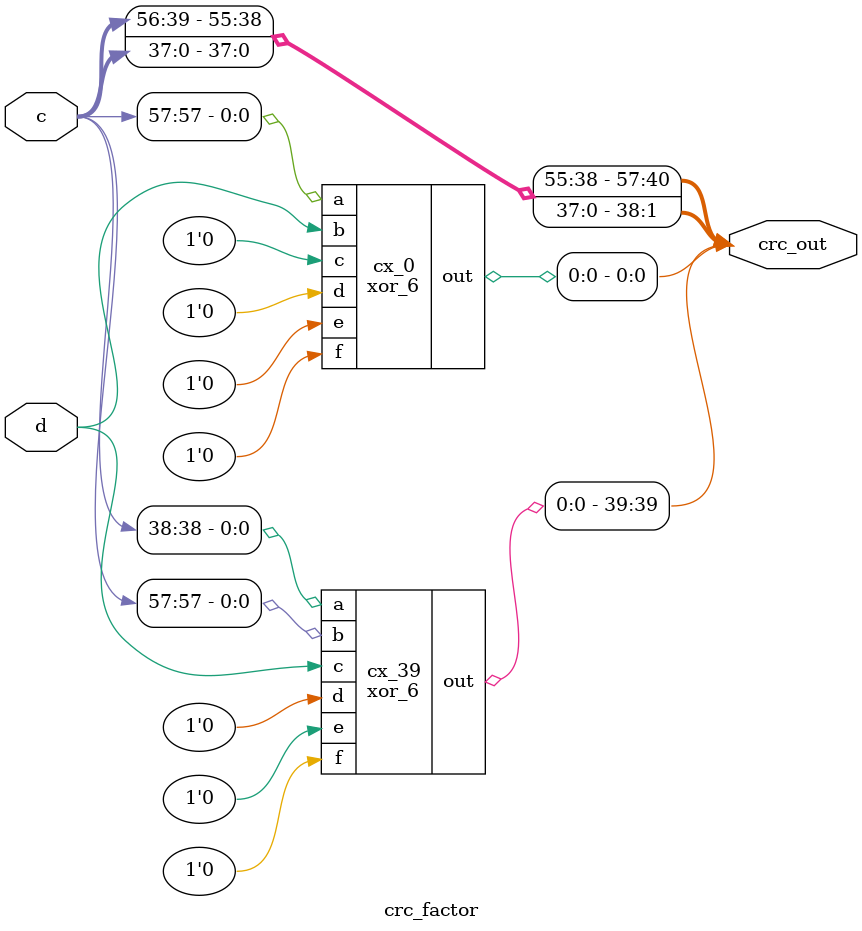
<source format=v>

module xor_6 (out,a,b,c,d,e,f);
input a,b,c,d,e,f;
output out;
wire out;

// Equivalent function : out = a ^ b ^ c ^ d ^ e ^ f;
stratixii_lcell_comb s2lc (
  .dataa (a),.datab (b),.datac (c),.datad (d),.datae (e),.dataf (f),
  .combout(out));
defparam s2lc .lut_mask = "6996966996696996";
defparam s2lc .shared_arith = "off";
defparam s2lc .extended_lut = "off";
endmodule


module crc_factor (
    input [57:0] c,
    input [0:0] d,
    output [57:0] crc_out
);

xor_6 cx_0 (crc_out[0],    c[57] , d[0] , 1'b0 , 1'b0 , 1'b0 , 1'b0);
assign crc_out[1] =
    c[0];

assign crc_out[2] =
    c[1];

assign crc_out[3] =
    c[2];

assign crc_out[4] =
    c[3];

assign crc_out[5] =
    c[4];

assign crc_out[6] =
    c[5];

assign crc_out[7] =
    c[6];

assign crc_out[8] =
    c[7];

assign crc_out[9] =
    c[8];

assign crc_out[10] =
    c[9];

assign crc_out[11] =
    c[10];

assign crc_out[12] =
    c[11];

assign crc_out[13] =
    c[12];

assign crc_out[14] =
    c[13];

assign crc_out[15] =
    c[14];

assign crc_out[16] =
    c[15];

assign crc_out[17] =
    c[16];

assign crc_out[18] =
    c[17];

assign crc_out[19] =
    c[18];

assign crc_out[20] =
    c[19];

assign crc_out[21] =
    c[20];

assign crc_out[22] =
    c[21];

assign crc_out[23] =
    c[22];

assign crc_out[24] =
    c[23];

assign crc_out[25] =
    c[24];

assign crc_out[26] =
    c[25];

assign crc_out[27] =
    c[26];

assign crc_out[28] =
    c[27];

assign crc_out[29] =
    c[28];

assign crc_out[30] =
    c[29];

assign crc_out[31] =
    c[30];

assign crc_out[32] =
    c[31];

assign crc_out[33] =
    c[32];

assign crc_out[34] =
    c[33];

assign crc_out[35] =
    c[34];

assign crc_out[36] =
    c[35];

assign crc_out[37] =
    c[36];

assign crc_out[38] =
    c[37];

xor_6 cx_39 (crc_out[39],    c[38] , c[57] , d[0] , 1'b0 , 1'b0 , 1'b0);
assign crc_out[40] =
    c[39];

assign crc_out[41] =
    c[40];

assign crc_out[42] =
    c[41];

assign crc_out[43] =
    c[42];

assign crc_out[44] =
    c[43];

assign crc_out[45] =
    c[44];

assign crc_out[46] =
    c[45];

assign crc_out[47] =
    c[46];

assign crc_out[48] =
    c[47];

assign crc_out[49] =
    c[48];

assign crc_out[50] =
    c[49];

assign crc_out[51] =
    c[50];

assign crc_out[52] =
    c[51];

assign crc_out[53] =
    c[52];

assign crc_out[54] =
    c[53];

assign crc_out[55] =
    c[54];

assign crc_out[56] =
    c[55];

assign crc_out[57] =
    c[56];

endmodule



</source>
